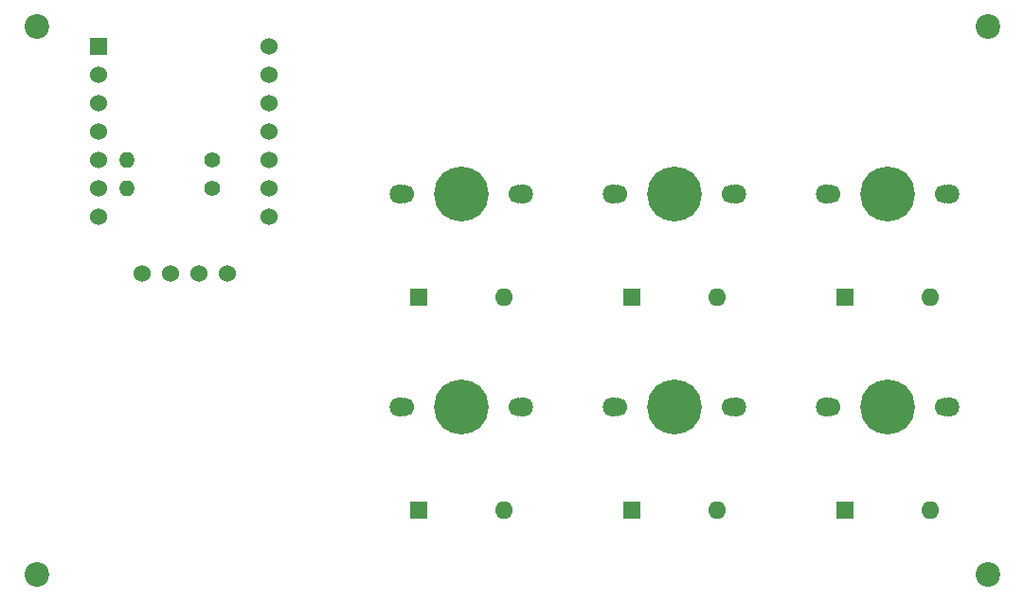
<source format=gbr>
%TF.GenerationSoftware,KiCad,Pcbnew,(7.0.0)*%
%TF.CreationDate,2023-02-28T08:30:01+09:00*%
%TF.ProjectId,sgkey,73676b65-792e-46b6-9963-61645f706362,rev?*%
%TF.SameCoordinates,Original*%
%TF.FileFunction,Soldermask,Top*%
%TF.FilePolarity,Negative*%
%FSLAX46Y46*%
G04 Gerber Fmt 4.6, Leading zero omitted, Abs format (unit mm)*
G04 Created by KiCad (PCBNEW (7.0.0)) date 2023-02-28 08:30:01*
%MOMM*%
%LPD*%
G01*
G04 APERTURE LIST*
%ADD10R,1.600000X1.600000*%
%ADD11O,1.600000X1.600000*%
%ADD12C,2.200000*%
%ADD13C,1.800000*%
%ADD14C,1.700000*%
%ADD15C,4.900000*%
%ADD16C,1.400000*%
%ADD17O,1.400000X1.400000*%
%ADD18R,1.530000X1.530000*%
%ADD19C,1.530000*%
%ADD20C,1.524000*%
G04 APERTURE END LIST*
D10*
%TO.C,D4*%
X139139999Y-120257499D03*
D11*
X146759999Y-120257499D03*
%TD*%
D12*
%TO.C,H1*%
X105000000Y-77000000D03*
%TD*%
D10*
%TO.C,D5*%
X158189999Y-120257499D03*
D11*
X165809999Y-120257499D03*
%TD*%
D13*
%TO.C,SW5*%
X156500000Y-111050000D03*
D14*
X156920000Y-111050000D03*
D15*
X162000000Y-111050000D03*
D14*
X167080000Y-111050000D03*
D13*
X167500000Y-111050000D03*
%TD*%
D12*
%TO.C,H2*%
X190000000Y-77000000D03*
%TD*%
D16*
%TO.C,R1*%
X120650000Y-91440000D03*
D17*
X113029999Y-91439999D03*
%TD*%
D13*
%TO.C,SW2*%
X156500000Y-92000000D03*
D14*
X156920000Y-92000000D03*
D15*
X162000000Y-92000000D03*
D14*
X167080000Y-92000000D03*
D13*
X167500000Y-92000000D03*
%TD*%
D18*
%TO.C,U1*%
X110489999Y-78739999D03*
D19*
X110490000Y-81280000D03*
X110490000Y-83820000D03*
X110490000Y-86360000D03*
X110490000Y-88900000D03*
X110490000Y-91440000D03*
X110490000Y-93980000D03*
X125730000Y-93980000D03*
X125730000Y-91440000D03*
X125730000Y-88900000D03*
X125730000Y-86360000D03*
X125730000Y-83820000D03*
X125730000Y-81280000D03*
X125730000Y-78740000D03*
%TD*%
D12*
%TO.C,H3*%
X105000000Y-126000000D03*
%TD*%
D13*
%TO.C,SW3*%
X175550000Y-92000000D03*
D14*
X175970000Y-92000000D03*
D15*
X181050000Y-92000000D03*
D14*
X186130000Y-92000000D03*
D13*
X186550000Y-92000000D03*
%TD*%
D10*
%TO.C,D1*%
X139139999Y-101207499D03*
D11*
X146759999Y-101207499D03*
%TD*%
D20*
%TO.C,U2*%
X114380000Y-99060000D03*
X116920000Y-99060000D03*
X119460000Y-99060000D03*
X122000000Y-99060000D03*
%TD*%
D10*
%TO.C,D3*%
X177239999Y-101207499D03*
D11*
X184859999Y-101207499D03*
%TD*%
D13*
%TO.C,SW6*%
X175550000Y-111050000D03*
D14*
X175970000Y-111050000D03*
D15*
X181050000Y-111050000D03*
D14*
X186130000Y-111050000D03*
D13*
X186550000Y-111050000D03*
%TD*%
%TO.C,SW4*%
X137450000Y-111050000D03*
D14*
X137870000Y-111050000D03*
D15*
X142950000Y-111050000D03*
D14*
X148030000Y-111050000D03*
D13*
X148450000Y-111050000D03*
%TD*%
D10*
%TO.C,D2*%
X158189999Y-101207499D03*
D11*
X165809999Y-101207499D03*
%TD*%
D13*
%TO.C,SW1*%
X137450000Y-92000000D03*
D14*
X137870000Y-92000000D03*
D15*
X142950000Y-92000000D03*
D14*
X148030000Y-92000000D03*
D13*
X148450000Y-92000000D03*
%TD*%
D12*
%TO.C,H4*%
X190000000Y-126000000D03*
%TD*%
D16*
%TO.C,R2*%
X120650000Y-88900000D03*
D17*
X113029999Y-88899999D03*
%TD*%
D10*
%TO.C,D6*%
X177239999Y-120257499D03*
D11*
X184859999Y-120257499D03*
%TD*%
M02*

</source>
